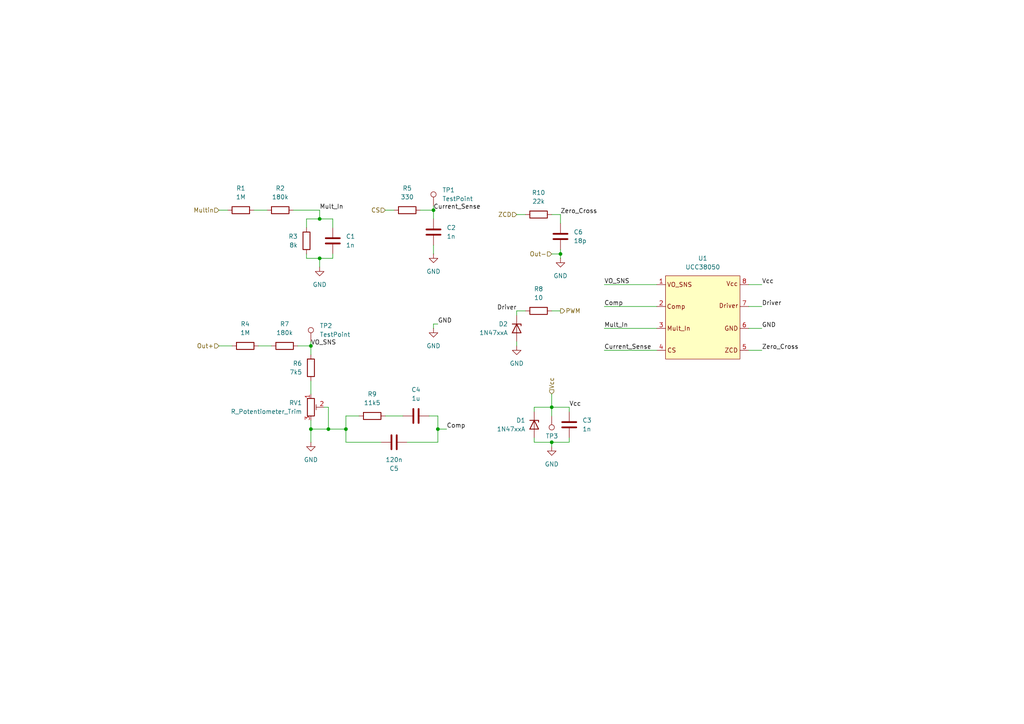
<source format=kicad_sch>
(kicad_sch (version 20250114) (generator "eeschema") (generator_version "9.0")
  (paper "A4")
  (lib_symbols
    (symbol "Connector:TestPoint" (pin_numbers (hide yes)) (pin_names (offset 0.762) (hide yes))
      (property "Reference" "TP" (at 0 6.858 0))
      (property "Value" "TestPoint" (at 0 5.08 0))
      (symbol "TestPoint_0_1"
        (circle (center 0 3.302) (radius 0.762))
      )
      (symbol "TestPoint_1_1"
        (pin passive line (at 0 0 90) (length 2.54) (name "1") (number "1"))
      )
    )
    (symbol "Device:C" (pin_numbers (hide yes)) (pin_names (offset 0.254))
      (property "Reference" "C" (at 0.635 2.54 0))
      (property "Value" "C" (at 0.635 -2.54 0))
      (symbol "C_0_1"
        (polyline (pts (xy -2.032 0.762) (xy 2.032 0.762)) (stroke (width 0.508)))
        (polyline (pts (xy -2.032 -0.762) (xy 2.032 -0.762)) (stroke (width 0.508)))
      )
      (symbol "C_1_1"
        (pin passive line (at 0 3.81 270) (length 2.794) (name "~") (number "1"))
        (pin passive line (at 0 -3.81 90) (length 2.794) (name "~") (number "2"))
      )
    )
    (symbol "Device:R" (pin_numbers (hide yes)) (pin_names (offset 0))
      (property "Reference" "R" (at 2.032 0 90))
      (property "Value" "R" (at 0 0 90))
      (symbol "R_0_1"
        (rectangle (start -1.016 -2.54) (end 1.016 2.54) (stroke (width 0.254)))
      )
      (symbol "R_1_1"
        (pin passive line (at 0 3.81 270) (length 1.27) (name "~") (number "1"))
        (pin passive line (at 0 -3.81 90) (length 1.27) (name "~") (number "2"))
      )
    )
    (symbol "Device:R_Potentiometer_Trim" (pin_names (offset 1.016) (hide yes))
      (property "Reference" "RV" (at -4.445 0 90))
      (property "Value" "R_Potentiometer_Trim" (at -2.54 0 90))
      (symbol "R_Potentiometer_Trim_0_1"
        (rectangle (start 1.016 2.54) (end -1.016 -2.54) (stroke (width 0.254)))
        (polyline (pts (xy 1.524 0.762) (xy 1.524 -0.762)))
        (polyline (pts (xy 2.54 0) (xy 1.524 0)))
      )
      (symbol "R_Potentiometer_Trim_1_1"
        (pin passive line (at 0 3.81 270) (length 1.27) (name "1") (number "1"))
        (pin passive line (at 0 -3.81 90) (length 1.27) (name "3") (number "3"))
        (pin passive line (at 3.81 0 180) (length 1.27) (name "2") (number "2"))
      )
    )
    (symbol "Diode:1N47xxA" (pin_numbers (hide yes)) (pin_names (hide yes))
      (property "Reference" "D" (at 0 2.54 0))
      (property "Value" "1N47xxA" (at 0 -2.54 0))
      (symbol "1N47xxA_0_1"
        (polyline (pts (xy -1.27 -1.27) (xy -1.27 1.27) (xy -0.762 1.27)) (stroke (width 0.254)))
        (polyline (pts (xy 1.27 0) (xy -1.27 0)))
        (polyline (pts (xy 1.27 -1.27) (xy 1.27 1.27) (xy -1.27 0) (xy 1.27 -1.27)) (stroke (width 0.254)))
      )
      (symbol "1N47xxA_1_1"
        (pin passive line (at -3.81 0 0) (length 2.54) (name "K") (number "1"))
        (pin passive line (at 3.81 0 180) (length 2.54) (name "A") (number "2"))
      )
    )
    (symbol "ELP-Boost_PFC:UCC38050"
      (property "Reference" "U" (at -8.128 12.446 0))
      (property "Value" "UCC38050" (at 0 0 0))
      (symbol "UCC38050_1_1"
        (rectangle (start -10.16 11.43) (end 11.43 -12.7) (fill (type background)))
        (text "CS" (at -8.382 -10.16 0) (effects (font (size 1.27 1.27))))
        (text "Comp" (at -7.112 2.54 0) (effects (font (size 1.27 1.27))))
        (text "Mult_In" (at -6.35 -3.81 0) (effects (font (size 1.27 1.27))))
        (text "VO_SNS" (at -6.096 8.89 0) (effects (font (size 1.27 1.27))))
        (text "Driver" (at 8.128 2.794 0) (effects (font (size 1.27 1.27))))
        (text "GND" (at 8.89 -3.81 0) (effects (font (size 1.27 1.27))))
        (text "ZCD" (at 8.89 -10.16 0) (effects (font (size 1.27 1.27))))
        (text "Vcc" (at 9.144 9.144 0) (effects (font (size 1.27 1.27))))
        (pin input line (at -12.7 8.89 0) (length 2.54) (name "") (number "1"))
        (pin input line (at -12.7 2.54 0) (length 2.54) (name "") (number "2"))
        (pin input line (at -12.7 -3.81 0) (length 2.54) (name "") (number "3"))
        (pin input line (at -12.7 -10.16 0) (length 2.54) (name "") (number "4"))
        (pin input line (at 13.97 8.89 180) (length 2.54) (name "") (number "8"))
        (pin input line (at 13.97 2.54 180) (length 2.54) (name "") (number "7"))
        (pin input line (at 13.97 -3.81 180) (length 2.54) (name "") (number "6"))
        (pin input line (at 13.97 -10.16 180) (length 2.54) (name "") (number "5"))
      )
    )
    (symbol "power:GND" (power) (pin_numbers (hide yes)) (pin_names (offset 0) (hide yes))
      (property "Value" "GND" (at 0 -3.81 0))
      (symbol "GND_0_1"
        (polyline (pts (xy 0 0) (xy 0 -1.27) (xy 1.27 -1.27) (xy 0 -2.54) (xy -1.27 -1.27) (xy 0 -1.27)))
      )
      (symbol "GND_1_1"
        (pin power_in line (at 0 0 270) (length 0) (name "~") (number "1"))
      )
    )
  )
  (junction (at 95.25 124.46))
  (junction (at 92.71 63.5))
  (junction (at 100.33 124.46))
  (junction (at 162.56 73.66))
  (junction (at 90.17 100.33))
  (junction (at 125.73 60.96))
  (junction (at 92.71 74.93))
  (junction (at 90.17 124.46))
  (junction (at 127 124.46))
  (junction (at 160.02 128.27))
  (junction (at 160.02 118.11))
  (wire (pts (xy 93.98 118.11) (xy 95.25 118.11)))
  (wire (pts (xy 74.93 100.33) (xy 78.74 100.33)))
  (wire (pts (xy 118.11 128.27) (xy 127 128.27)))
  (wire (pts (xy 220.98 95.25) (xy 217.17 95.25)))
  (wire (pts (xy 111.76 60.96) (xy 114.3 60.96)))
  (wire (pts (xy 90.17 99.06) (xy 90.17 100.33)))
  (wire (pts (xy 160.02 128.27) (xy 165.1 128.27)))
  (wire (pts (xy 160.02 128.27) (xy 160.02 129.54)))
  (wire (pts (xy 165.1 119.38) (xy 165.1 118.11)))
  (wire (pts (xy 63.5 100.33) (xy 67.31 100.33)))
  (wire (pts (xy 160.02 62.23) (xy 162.56 62.23)))
  (wire (pts (xy 92.71 74.93) (xy 88.9 74.93)))
  (wire (pts (xy 125.73 63.5) (xy 125.73 60.96)))
  (wire (pts (xy 90.17 121.92) (xy 90.17 124.46)))
  (wire (pts (xy 127 120.65) (xy 124.46 120.65)))
  (wire (pts (xy 88.9 63.5) (xy 92.71 63.5)))
  (wire (pts (xy 160.02 118.11) (xy 165.1 118.11)))
  (wire (pts (xy 162.56 73.66) (xy 162.56 74.93)))
  (wire (pts (xy 88.9 63.5) (xy 88.9 66.04)))
  (wire (pts (xy 96.52 66.04) (xy 96.52 63.5)))
  (wire (pts (xy 160.02 118.11) (xy 154.94 118.11)))
  (wire (pts (xy 88.9 74.93) (xy 88.9 73.66)))
  (wire (pts (xy 86.36 100.33) (xy 90.17 100.33)))
  (wire (pts (xy 92.71 74.93) (xy 92.71 77.47)))
  (wire (pts (xy 63.5 60.96) (xy 66.04 60.96)))
  (wire (pts (xy 152.4 90.17) (xy 149.86 90.17)))
  (wire (pts (xy 110.49 128.27) (xy 100.33 128.27)))
  (wire (pts (xy 121.92 60.96) (xy 125.73 60.96)))
  (wire (pts (xy 96.52 74.93) (xy 96.52 73.66)))
  (wire (pts (xy 90.17 100.33) (xy 90.17 102.87)))
  (wire (pts (xy 90.17 124.46) (xy 95.25 124.46)))
  (wire (pts (xy 95.25 124.46) (xy 100.33 124.46)))
  (wire (pts (xy 149.86 90.17) (xy 149.86 91.44)))
  (wire (pts (xy 100.33 124.46) (xy 100.33 128.27)))
  (wire (pts (xy 100.33 120.65) (xy 100.33 124.46)))
  (wire (pts (xy 220.98 101.6) (xy 217.17 101.6)))
  (wire (pts (xy 149.86 62.23) (xy 152.4 62.23)))
  (wire (pts (xy 90.17 110.49) (xy 90.17 114.3)))
  (wire (pts (xy 154.94 127) (xy 154.94 128.27)))
  (wire (pts (xy 149.86 99.06) (xy 149.86 100.33)))
  (wire (pts (xy 92.71 60.96) (xy 92.71 63.5)))
  (wire (pts (xy 116.84 120.65) (xy 111.76 120.65)))
  (wire (pts (xy 220.98 82.55) (xy 217.17 82.55)))
  (wire (pts (xy 104.14 120.65) (xy 100.33 120.65)))
  (wire (pts (xy 154.94 128.27) (xy 160.02 128.27)))
  (wire (pts (xy 175.26 88.9) (xy 190.5 88.9)))
  (wire (pts (xy 220.98 88.9) (xy 217.17 88.9)))
  (wire (pts (xy 175.26 82.55) (xy 190.5 82.55)))
  (wire (pts (xy 90.17 124.46) (xy 90.17 128.27)))
  (wire (pts (xy 127 120.65) (xy 127 124.46)))
  (wire (pts (xy 92.71 63.5) (xy 96.52 63.5)))
  (wire (pts (xy 92.71 74.93) (xy 96.52 74.93)))
  (wire (pts (xy 125.73 73.66) (xy 125.73 71.12)))
  (wire (pts (xy 154.94 118.11) (xy 154.94 119.38)))
  (wire (pts (xy 95.25 118.11) (xy 95.25 124.46)))
  (wire (pts (xy 73.66 60.96) (xy 77.47 60.96)))
  (wire (pts (xy 127 124.46) (xy 129.54 124.46)))
  (wire (pts (xy 127 93.98) (xy 125.73 93.98)))
  (wire (pts (xy 125.73 59.69) (xy 125.73 60.96)))
  (wire (pts (xy 160.02 114.3) (xy 160.02 118.11)))
  (wire (pts (xy 160.02 73.66) (xy 162.56 73.66)))
  (wire (pts (xy 125.73 93.98) (xy 125.73 95.25)))
  (wire (pts (xy 162.56 62.23) (xy 162.56 64.77)))
  (wire (pts (xy 165.1 127) (xy 165.1 128.27)))
  (wire (pts (xy 162.56 72.39) (xy 162.56 73.66)))
  (wire (pts (xy 127 124.46) (xy 127 128.27)))
  (wire (pts (xy 162.56 90.17) (xy 160.02 90.17)))
  (wire (pts (xy 85.09 60.96) (xy 92.71 60.96)))
  (wire (pts (xy 175.26 101.6) (xy 190.5 101.6)))
  (wire (pts (xy 175.26 95.25) (xy 190.5 95.25)))
  (wire (pts (xy 160.02 118.11) (xy 160.02 120.65)))
  (label "Mult_In" (at 175.26 95.25 0))
  (label "Comp" (at 175.26 88.9 0))
  (label "Current_Sense" (at 175.26 101.6 0))
  (label "VO_SNS" (at 175.26 82.55 0))
  (label "Zero_Cross" (at 220.98 101.6 0))
  (label "Vcc" (at 220.98 82.55 0))
  (label "GND" (at 220.98 95.25 0))
  (label "Driver" (at 220.98 88.9 0))
  (label "GND" (at 127 93.98 0))
  (label "Comp" (at 129.54 124.46 0))
  (label "VO_SNS" (at 90.17 100.33 0))
  (label "Driver" (at 149.86 90.17 180))
  (label "Vcc" (at 165.1 118.11 0))
  (label "Current_Sense" (at 125.73 60.96 0))
  (label "Mult_In" (at 92.71 60.96 0))
  (label "Zero_Cross" (at 162.56 62.23 0))
  (hierarchical_label "ZCD" (shape input) (at 149.86 62.23 180))
  (hierarchical_label "Vcc" (shape input) (at 160.02 114.3 90))
  (hierarchical_label "PWM" (shape output) (at 162.56 90.17 0))
  (hierarchical_label "CS" (shape input) (at 111.76 60.96 180))
  (hierarchical_label "Out-" (shape input) (at 160.02 73.66 180))
  (hierarchical_label "Multin" (shape input) (at 63.5 60.96 180))
  (hierarchical_label "Out+" (shape input) (at 63.5 100.33 180))
  (symbol (lib_id "Device:R") (at 71.12 100.33 270) (unit 1)
    (property "Reference" "R4" (at 71.12 93.98 90))
    (property "Value" "1M" (at 71.12 96.52 90))
    (property "Footprint" "Resistor_THT:R_Axial_DIN0207_L6.3mm_D2.5mm_P10.16mm_Horizontal" (effects (hide yes)))
    (property "Description" "Resistor" (effects (hide yes)))
  )
  (symbol (lib_id "power:GND") (at 92.71 77.47 0) (unit 1)
    (property "Reference" "#PWR01" (effects (hide yes)))
    (property "Value" "GND" (at 92.71 82.55 0))
    (property "Description" "Power symbol creates a global label with name \"GND\" , ground" (effects (hide yes)))
  )
  (symbol (lib_id "power:GND") (at 160.02 129.54 0) (unit 1)
    (property "Reference" "#PWR04" (effects (hide yes)))
    (property "Value" "GND" (at 160.02 134.62 0))
    (property "Description" "Power symbol creates a global label with name \"GND\" , ground" (effects (hide yes)))
  )
  (symbol (lib_id "power:GND") (at 162.56 74.93 0) (mirror y) (unit 1)
    (property "Reference" "#PWR07" (effects (hide yes)))
    (property "Value" "GND" (at 162.56 80.01 0))
    (property "Description" "Power symbol creates a global label with name \"GND\" , ground" (effects (hide yes)))
  )
  (symbol (lib_id "Device:C") (at 165.1 123.19 0) (unit 1)
    (property "Reference" "C3" (at 168.91 121.9199 0) (effects (justify left)))
    (property "Value" "1n" (at 168.91 124.4599 0) (effects (justify left)))
    (property "Footprint" "Capacitor_THT:C_Disc_D5.0mm_W2.5mm_P2.50mm" (effects (hide yes)))
    (property "Description" "Unpolarized capacitor" (effects (hide yes)))
  )
  (symbol (lib_id "Diode:1N47xxA") (at 149.86 95.25 270) (unit 1)
    (property "Reference" "D2" (at 147.32 93.9799 90) (effects (justify right)))
    (property "Value" "1N47xxA" (at 147.32 96.5199 90) (effects (justify right)))
    (property "Footprint" "Diode_THT:D_DO-41_SOD81_P10.16mm_Horizontal" (effects (hide yes)))
    (property "Datasheet" "https://www.vishay.com/docs/85816/1n4728a.pdf" (effects (hide yes)))
    (property "Description" "1300mW Silicon planar power Zener diodes, DO-41" (effects (hide yes)))
  )
  (symbol (lib_id "Device:C") (at 120.65 120.65 270) (mirror x) (unit 1)
    (property "Reference" "C4" (at 120.65 113.03 90))
    (property "Value" "1u" (at 120.65 115.57 90))
    (property "Footprint" "Capacitor_THT:C_Rect_L9.0mm_W2.5mm_P7.50mm_MKT" (effects (hide yes)))
    (property "Description" "Unpolarized capacitor" (effects (hide yes)))
  )
  (symbol (lib_id "Device:R") (at 81.28 60.96 270) (unit 1)
    (property "Reference" "R2" (at 81.28 54.61 90))
    (property "Value" "180k" (at 81.28 57.15 90))
    (property "Footprint" "Resistor_THT:R_Axial_DIN0207_L6.3mm_D2.5mm_P10.16mm_Horizontal" (effects (hide yes)))
    (property "Description" "Resistor" (effects (hide yes)))
  )
  (symbol (lib_id "Device:R_Potentiometer_Trim") (at 90.17 118.11 0) (unit 1)
    (property "Reference" "RV1" (at 87.63 116.8399 0) (effects (justify right)))
    (property "Value" "R_Potentiometer_Trim" (at 87.63 119.3799 0) (effects (justify right)))
    (property "Footprint" "ELP-Boost_PFC:Trimpot-10k" (effects (hide yes)))
    (property "Description" "Trim-potentiometer" (effects (hide yes)))
  )
  (symbol (lib_id "Device:C") (at 96.52 69.85 0) (unit 1)
    (property "Reference" "C1" (at 100.33 68.5799 0) (effects (justify left)))
    (property "Value" "1n" (at 100.33 71.1199 0) (effects (justify left)))
    (property "Footprint" "Capacitor_THT:C_Disc_D5.0mm_W2.5mm_P2.50mm" (effects (hide yes)))
    (property "Description" "Unpolarized capacitor" (effects (hide yes)))
  )
  (symbol (lib_id "Connector:TestPoint") (at 90.17 99.06 0) (unit 1)
    (property "Reference" "TP2" (at 92.71 94.4879 0) (effects (justify left)))
    (property "Value" "TestPoint" (at 92.71 97.0279 0) (effects (justify left)))
    (property "Footprint" "TestPoint:TestPoint_THTPad_2.5x2.5mm_Drill1.2mm" (effects (hide yes)))
    (property "Description" "test point" (effects (hide yes)))
  )
  (symbol (lib_id "Device:R") (at 118.11 60.96 270) (unit 1)
    (property "Reference" "R5" (at 118.11 54.61 90))
    (property "Value" "330" (at 118.11 57.15 90))
    (property "Footprint" "Resistor_THT:R_Axial_DIN0207_L6.3mm_D2.5mm_P10.16mm_Horizontal" (effects (hide yes)))
    (property "Description" "Resistor" (effects (hide yes)))
  )
  (symbol (lib_id "Device:C") (at 125.73 67.31 0) (unit 1)
    (property "Reference" "C2" (at 129.54 66.0399 0) (effects (justify left)))
    (property "Value" "1n" (at 129.54 68.5799 0) (effects (justify left)))
    (property "Footprint" "Capacitor_THT:C_Disc_D5.0mm_W2.5mm_P2.50mm" (effects (hide yes)))
    (property "Description" "Unpolarized capacitor" (effects (hide yes)))
  )
  (symbol (lib_id "Diode:1N47xxA") (at 154.94 123.19 270) (unit 1)
    (property "Reference" "D1" (at 152.4 121.9199 90) (effects (justify right)))
    (property "Value" "1N47xxA" (at 152.4 124.4599 90) (effects (justify right)))
    (property "Footprint" "Diode_THT:D_DO-41_SOD81_P10.16mm_Horizontal" (effects (hide yes)))
    (property "Datasheet" "https://www.vishay.com/docs/85816/1n4728a.pdf" (effects (hide yes)))
    (property "Description" "1300mW Silicon planar power Zener diodes, DO-41" (effects (hide yes)))
  )
  (symbol (lib_id "Device:R") (at 88.9 69.85 0) (mirror y) (unit 1)
    (property "Reference" "R3" (at 86.36 68.5799 0) (effects (justify left)))
    (property "Value" "8k" (at 86.36 71.1199 0) (effects (justify left)))
    (property "Footprint" "Resistor_THT:R_Axial_DIN0207_L6.3mm_D2.5mm_P10.16mm_Horizontal" (effects (hide yes)))
    (property "Description" "Resistor" (effects (hide yes)))
  )
  (symbol (lib_id "Device:C") (at 162.56 68.58 0) (unit 1)
    (property "Reference" "C6" (at 166.37 67.3099 0) (effects (justify left)))
    (property "Value" "18p" (at 166.37 69.8499 0) (effects (justify left)))
    (property "Footprint" "Capacitor_THT:C_Disc_D5.0mm_W2.5mm_P2.50mm" (effects (hide yes)))
    (property "Description" "Unpolarized capacitor" (effects (hide yes)))
  )
  (symbol (lib_id "Device:R") (at 107.95 120.65 90) (mirror x) (unit 1)
    (property "Reference" "R9" (at 107.95 114.3 90))
    (property "Value" "11k5" (at 107.95 116.84 90))
    (property "Footprint" "Resistor_THT:R_Axial_DIN0207_L6.3mm_D2.5mm_P10.16mm_Horizontal" (effects (hide yes)))
    (property "Description" "Resistor" (effects (hide yes)))
  )
  (symbol (lib_id "Device:R") (at 69.85 60.96 270) (unit 1)
    (property "Reference" "R1" (at 69.85 54.61 90))
    (property "Value" "1M" (at 69.85 57.15 90))
    (property "Footprint" "Resistor_THT:R_Axial_DIN0207_L6.3mm_D2.5mm_P10.16mm_Horizontal" (effects (hide yes)))
    (property "Description" "Resistor" (effects (hide yes)))
  )
  (symbol (lib_id "power:GND") (at 125.73 95.25 0) (unit 1)
    (property "Reference" "#PWR05" (effects (hide yes)))
    (property "Value" "GND" (at 125.73 100.33 0))
    (property "Description" "Power symbol creates a global label with name \"GND\" , ground" (effects (hide yes)))
  )
  (symbol (lib_id "Device:R") (at 90.17 106.68 0) (mirror y) (unit 1)
    (property "Reference" "R6" (at 87.63 105.4099 0) (effects (justify left)))
    (property "Value" "7k5" (at 87.63 107.9499 0) (effects (justify left)))
    (property "Footprint" "Resistor_THT:R_Axial_DIN0207_L6.3mm_D2.5mm_P10.16mm_Horizontal" (effects (hide yes)))
    (property "Description" "Resistor" (effects (hide yes)))
  )
  (symbol (lib_id "Connector:TestPoint") (at 125.73 59.69 0) (unit 1)
    (property "Reference" "TP1" (at 128.27 55.1179 0) (effects (justify left)))
    (property "Value" "TestPoint" (at 128.27 57.6579 0) (effects (justify left)))
    (property "Footprint" "TestPoint:TestPoint_THTPad_2.5x2.5mm_Drill1.2mm" (effects (hide yes)))
    (property "Description" "test point" (effects (hide yes)))
  )
  (symbol (lib_id "Device:R") (at 156.21 62.23 270) (unit 1)
    (property "Reference" "R10" (at 156.21 55.88 90))
    (property "Value" "22k" (at 156.21 58.42 90))
    (property "Footprint" "Resistor_THT:R_Axial_DIN0207_L6.3mm_D2.5mm_P10.16mm_Horizontal" (effects (hide yes)))
    (property "Description" "Resistor" (effects (hide yes)))
  )
  (symbol (lib_id "power:GND") (at 125.73 73.66 0) (unit 1)
    (property "Reference" "#PWR02" (effects (hide yes)))
    (property "Value" "GND" (at 125.73 78.74 0))
    (property "Description" "Power symbol creates a global label with name \"GND\" , ground" (effects (hide yes)))
  )
  (symbol (lib_id "power:GND") (at 90.17 128.27 0) (unit 1)
    (property "Reference" "#PWR03" (effects (hide yes)))
    (property "Value" "GND" (at 90.17 133.35 0))
    (property "Description" "Power symbol creates a global label with name \"GND\" , ground" (effects (hide yes)))
  )
  (symbol (lib_id "Device:R") (at 156.21 90.17 90) (mirror x) (unit 1)
    (property "Reference" "R8" (at 156.21 83.82 90))
    (property "Value" "10" (at 156.21 86.36 90))
    (property "Footprint" "Resistor_THT:R_Axial_DIN0207_L6.3mm_D2.5mm_P10.16mm_Horizontal" (effects (hide yes)))
    (property "Description" "Resistor" (effects (hide yes)))
  )
  (symbol (lib_id "Connector:TestPoint") (at 160.02 120.65 0) (mirror x) (unit 1)
    (property "Reference" "TP3" (at 158.242 126.492 0) (effects (justify left)))
    (property "Value" "TestPoint" (effects (hide yes)))
    (property "Footprint" "TestPoint:TestPoint_THTPad_2.5x2.5mm_Drill1.2mm" (effects (hide yes)))
    (property "Description" "test point" (effects (hide yes)))
  )
  (symbol (lib_id "ELP-Boost_PFC:UCC38050") (at 203.2 91.44 0) (unit 1)
    (property "Reference" "U1" (at 203.835 74.93 0))
    (property "Value" "UCC38050" (at 203.835 77.47 0))
    (property "Footprint" "Package_SO:SOIC-8_3.9x4.9mm_P1.27mm" (effects (hide yes)))
  )
  (symbol (lib_id "Device:C") (at 114.3 128.27 270) (unit 1)
    (property "Reference" "C5" (at 114.3 135.89 90))
    (property "Value" "120n" (at 114.3 133.35 90))
    (property "Footprint" "Capacitor_THT:C_Rect_L13.5mm_W5.0mm_P10.00mm_FKS3_FKP3_MKS4" (effects (hide yes)))
    (property "Description" "Unpolarized capacitor" (effects (hide yes)))
  )
  (symbol (lib_id "power:GND") (at 149.86 100.33 0) (unit 1)
    (property "Reference" "#PWR06" (effects (hide yes)))
    (property "Value" "GND" (at 149.86 105.41 0))
    (property "Description" "Power symbol creates a global label with name \"GND\" , ground" (effects (hide yes)))
  )
  (symbol (lib_id "Device:R") (at 82.55 100.33 270) (unit 1)
    (property "Reference" "R7" (at 82.55 93.98 90))
    (property "Value" "180k" (at 82.55 96.52 90))
    (property "Footprint" "Resistor_THT:R_Axial_DIN0207_L6.3mm_D2.5mm_P10.16mm_Horizontal" (effects (hide yes)))
    (property "Description" "Resistor" (effects (hide yes)))
  )
)
</source>
